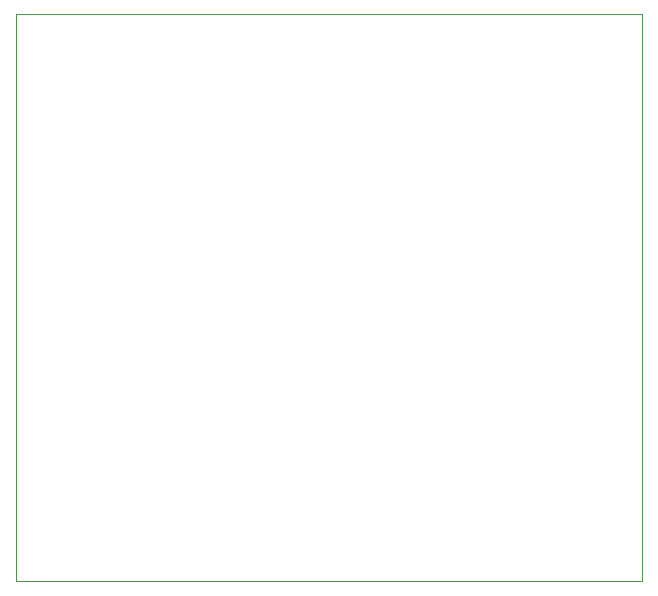
<source format=gm1>
%TF.GenerationSoftware,KiCad,Pcbnew,7.0.10-7.0.10~ubuntu22.04.1*%
%TF.CreationDate,2024-01-16T19:58:32-05:00*%
%TF.ProjectId,sys11-c11998-relay,73797331-312d-4633-9131-3939382d7265,1.0*%
%TF.SameCoordinates,Original*%
%TF.FileFunction,Profile,NP*%
%FSLAX46Y46*%
G04 Gerber Fmt 4.6, Leading zero omitted, Abs format (unit mm)*
G04 Created by KiCad (PCBNEW 7.0.10-7.0.10~ubuntu22.04.1) date 2024-01-16 19:58:32*
%MOMM*%
%LPD*%
G01*
G04 APERTURE LIST*
%TA.AperFunction,Profile*%
%ADD10C,0.100000*%
%TD*%
G04 APERTURE END LIST*
D10*
X100076000Y-100082000D02*
X153076000Y-100082000D01*
X153076000Y-148082000D01*
X100076000Y-148082000D01*
X100076000Y-100082000D01*
M02*

</source>
